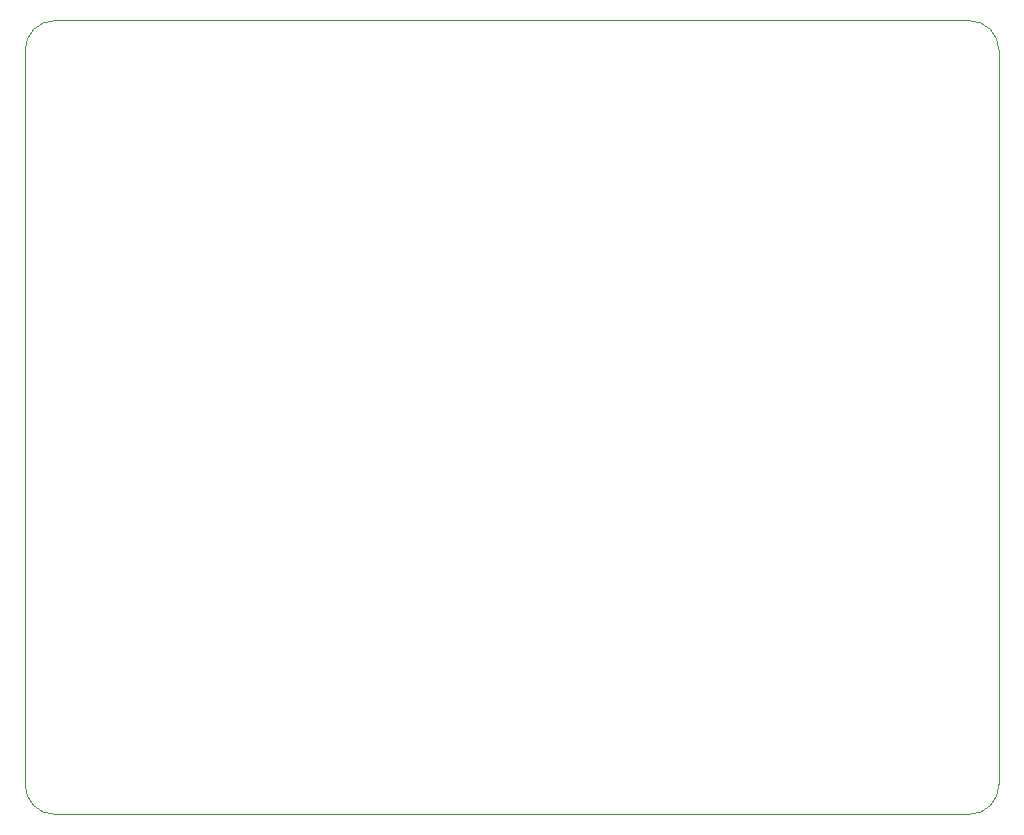
<source format=gbr>
%TF.GenerationSoftware,KiCad,Pcbnew,(6.0.9)*%
%TF.CreationDate,2023-08-16T20:18:11+02:00*%
%TF.ProjectId,sdcard-prototype,73646361-7264-42d7-9072-6f746f747970,rev?*%
%TF.SameCoordinates,Original*%
%TF.FileFunction,Profile,NP*%
%FSLAX46Y46*%
G04 Gerber Fmt 4.6, Leading zero omitted, Abs format (unit mm)*
G04 Created by KiCad (PCBNEW (6.0.9)) date 2023-08-16 20:18:11*
%MOMM*%
%LPD*%
G01*
G04 APERTURE LIST*
%TA.AperFunction,Profile*%
%ADD10C,0.100000*%
%TD*%
G04 APERTURE END LIST*
D10*
X26670000Y-36830000D02*
X26670000Y-99060000D01*
X29210000Y-34290000D02*
G75*
G03*
X26670000Y-36830000I0J-2540000D01*
G01*
X109220000Y-36830000D02*
G75*
G03*
X106680000Y-34290000I-2540000J0D01*
G01*
X29210000Y-101600000D02*
X106680000Y-101600000D01*
X106680000Y-34290000D02*
X29210000Y-34290000D01*
X26670000Y-99060000D02*
G75*
G03*
X29210000Y-101600000I2540000J0D01*
G01*
X106680000Y-101600000D02*
G75*
G03*
X109220000Y-99060000I0J2540000D01*
G01*
X109220000Y-36830000D02*
X109220000Y-99060000D01*
M02*

</source>
